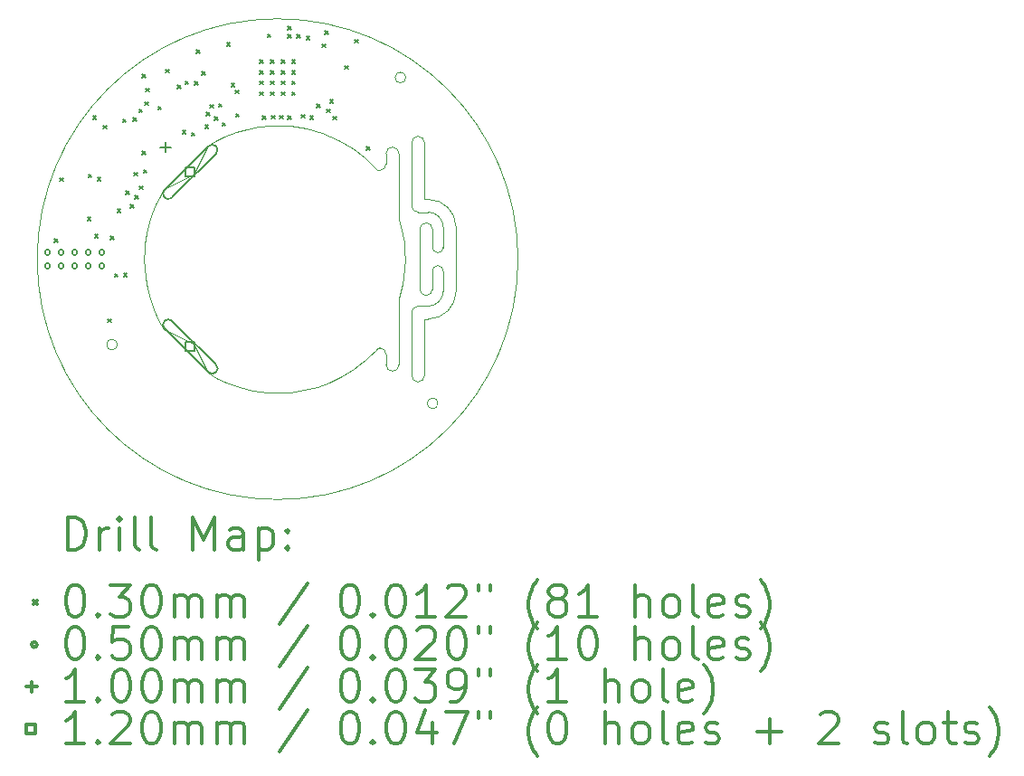
<source format=gbr>
%FSLAX45Y45*%
G04 Gerber Fmt 4.5, Leading zero omitted, Abs format (unit mm)*
G04 Created by KiCad (PCBNEW (2016-05-05 BZR 6775)-product) date 2016 June 06, Monday 00:03:01*
%MOMM*%
%LPD*%
G01*
G04 APERTURE LIST*
%ADD10C,0.127000*%
%ADD11C,0.050000*%
%ADD12C,0.200000*%
%ADD13C,0.300000*%
G04 APERTURE END LIST*
D10*
D11*
X8585000Y-7185000D02*
X8540000Y-7225000D01*
X8645000Y-7125000D02*
X8585000Y-7185000D01*
X8660000Y-7110000D02*
X8645000Y-7125000D01*
X8860000Y-7165000D02*
X8860000Y-7265000D01*
X8740000Y-7165000D02*
X8740000Y-7265000D01*
X8740000Y-5285000D02*
X8740000Y-5385000D01*
X8860000Y-5285000D02*
X8860000Y-5385000D01*
X6935000Y-7065000D02*
X7070000Y-7340000D01*
X6660000Y-6930000D02*
X6935000Y-7065000D01*
X6935000Y-5485000D02*
X7070000Y-5210000D01*
X6660000Y-5620000D02*
X6935000Y-5485000D01*
X8860000Y-5905000D02*
X8860000Y-5875000D01*
X8877500Y-5967500D02*
X8860000Y-5905000D01*
X8895000Y-6042500D02*
X8877500Y-5967500D01*
X8907500Y-6117500D02*
X8895000Y-6042500D01*
X8915000Y-6197500D02*
X8907500Y-6117500D01*
X8917500Y-6275000D02*
X8915000Y-6197500D01*
X8915000Y-6365000D02*
X8917500Y-6275000D01*
X8905000Y-6450000D02*
X8915000Y-6365000D01*
X8895000Y-6510000D02*
X8905000Y-6450000D01*
X8880000Y-6575000D02*
X8895000Y-6510000D01*
X8860000Y-6645000D02*
X8880000Y-6575000D01*
X8860000Y-6675000D02*
X8860000Y-6645000D01*
X8925000Y-4575000D02*
G75*
G03X8925000Y-4575000I-50000J0D01*
G01*
X9225000Y-7625000D02*
G75*
G03X9225000Y-7625000I-50000J0D01*
G01*
X6225000Y-7075000D02*
G75*
G03X6225000Y-7075000I-50000J0D01*
G01*
X9100000Y-6835000D02*
X9100000Y-7365000D01*
X8980000Y-7365000D02*
X8980000Y-6775000D01*
X9100000Y-5715000D02*
X9100000Y-5185000D01*
X8980000Y-5185000D02*
X8980000Y-5775000D01*
X8590000Y-5370000D02*
X8540000Y-5325000D01*
X8645000Y-5430000D02*
X8590000Y-5370000D01*
X8660000Y-5440000D02*
X8645000Y-5430000D01*
X8675000Y-5445000D02*
X8660000Y-5440000D01*
X8680000Y-5445000D02*
X8675000Y-5445000D01*
X8675000Y-7105000D02*
X8660000Y-7110000D01*
X8680000Y-7105000D02*
X8675000Y-7105000D01*
X8740000Y-7165000D02*
G75*
G03X8680000Y-7105000I-60000J0D01*
G01*
X8740000Y-7265000D02*
G75*
G03X8800000Y-7325000I60000J0D01*
G01*
X8680000Y-5445000D02*
G75*
G03X8740000Y-5385000I0J60000D01*
G01*
X8800000Y-5225000D02*
G75*
G03X8740000Y-5285000I0J-60000D01*
G01*
X8525000Y-7235000D02*
X8540000Y-7225000D01*
X8860000Y-6675000D02*
X8860000Y-7165000D01*
X8860000Y-5385000D02*
X8860000Y-5875000D01*
X8860000Y-5285000D02*
G75*
G03X8800000Y-5225000I-60000J0D01*
G01*
X8800000Y-7325000D02*
G75*
G03X8860000Y-7265000I0J60000D01*
G01*
X9175000Y-6385000D02*
X9175000Y-6555000D01*
X9275000Y-6575000D02*
X9275000Y-6385000D01*
X9275000Y-5975000D02*
X9275000Y-6165000D01*
X9175000Y-6165000D02*
X9175000Y-5995000D01*
X9275000Y-6385000D02*
G75*
G03X9225000Y-6335000I-50000J0D01*
G01*
X9225000Y-6335000D02*
G75*
G03X9175000Y-6385000I0J-50000D01*
G01*
X9225000Y-6215000D02*
G75*
G03X9275000Y-6165000I0J50000D01*
G01*
X9175000Y-6165000D02*
G75*
G03X9225000Y-6215000I50000J0D01*
G01*
X9055000Y-5995000D02*
X9055000Y-6555000D01*
X9100000Y-6835000D02*
X9135000Y-6835000D01*
X9040000Y-6715000D02*
X9135000Y-6715000D01*
X9040000Y-5835000D02*
X9135000Y-5835000D01*
X9100000Y-5715000D02*
X9135000Y-5715000D01*
X9395000Y-5975000D02*
X9395000Y-6575000D01*
X9395000Y-5975000D02*
G75*
G03X9135000Y-5715000I-260000J0D01*
G01*
X9135000Y-6835000D02*
G75*
G03X9395000Y-6575000I0J260000D01*
G01*
X9135000Y-6715000D02*
G75*
G03X9275000Y-6575000I0J140000D01*
G01*
X9275000Y-5975000D02*
G75*
G03X9135000Y-5835000I-140000J0D01*
G01*
X9040000Y-7425000D02*
G75*
G03X9100000Y-7365000I0J60000D01*
G01*
X8980000Y-7365000D02*
G75*
G03X9040000Y-7425000I60000J0D01*
G01*
X9040000Y-6715000D02*
G75*
G03X8980000Y-6775000I0J-60000D01*
G01*
X9100000Y-5185000D02*
G75*
G03X9040000Y-5125000I-60000J0D01*
G01*
X9040000Y-5125000D02*
G75*
G03X8980000Y-5185000I0J-60000D01*
G01*
X8980000Y-5775000D02*
G75*
G03X9040000Y-5835000I60000J0D01*
G01*
X9115000Y-6615000D02*
G75*
G03X9175000Y-6555000I0J60000D01*
G01*
X9055000Y-6555000D02*
G75*
G03X9115000Y-6615000I60000J0D01*
G01*
X9175000Y-5995000D02*
G75*
G03X9115000Y-5935000I-60000J0D01*
G01*
X9115000Y-5935000D02*
G75*
G03X9055000Y-5995000I0J-60000D01*
G01*
X6477500Y-6195000D02*
X6475000Y-6275000D01*
X6482500Y-6137500D02*
X6477500Y-6195000D01*
X6497500Y-6037500D02*
X6482500Y-6137500D01*
X6525000Y-5925000D02*
X6497500Y-6037500D01*
X6550000Y-5847500D02*
X6525000Y-5925000D01*
X6585000Y-5760000D02*
X6550000Y-5847500D01*
X6622500Y-5685000D02*
X6585000Y-5760000D01*
X6660000Y-5620000D02*
X6622500Y-5685000D01*
X7140000Y-5170000D02*
X7070000Y-5210000D01*
X7227500Y-5127500D02*
X7140000Y-5170000D01*
X7332500Y-5087500D02*
X7227500Y-5127500D01*
X7440000Y-5057500D02*
X7332500Y-5087500D01*
X7547500Y-5037500D02*
X7440000Y-5057500D01*
X7647500Y-5027500D02*
X7547500Y-5037500D01*
X7725000Y-5025000D02*
X7647500Y-5027500D01*
X6477500Y-6357500D02*
X6475000Y-6275000D01*
X6487500Y-6452500D02*
X6477500Y-6357500D01*
X6505000Y-6547500D02*
X6487500Y-6452500D01*
X6530000Y-6642500D02*
X6505000Y-6547500D01*
X6565000Y-6742500D02*
X6530000Y-6642500D01*
X6612500Y-6845000D02*
X6565000Y-6742500D01*
X6660000Y-6930000D02*
X6612500Y-6845000D01*
X7147500Y-7385000D02*
X7070000Y-7340000D01*
X7247500Y-7430000D02*
X7147500Y-7385000D01*
X7347500Y-7467500D02*
X7247500Y-7430000D01*
X7452500Y-7495000D02*
X7347500Y-7467500D01*
X7547500Y-7512500D02*
X7452500Y-7495000D01*
X7640000Y-7522500D02*
X7547500Y-7512500D01*
X7725000Y-7525000D02*
X7640000Y-7522500D01*
X8440000Y-7300000D02*
X8525000Y-7235000D01*
X8330000Y-7370000D02*
X8440000Y-7300000D01*
X8205000Y-7430000D02*
X8330000Y-7370000D01*
X8095000Y-7470000D02*
X8205000Y-7430000D01*
X7975000Y-7500000D02*
X8095000Y-7470000D01*
X7845000Y-7520000D02*
X7975000Y-7500000D01*
X7725000Y-7525000D02*
X7845000Y-7520000D01*
X8425000Y-5240000D02*
X8540000Y-5325000D01*
X8290000Y-5160000D02*
X8425000Y-5240000D01*
X8140000Y-5095000D02*
X8290000Y-5160000D01*
X8000000Y-5055000D02*
X8140000Y-5095000D01*
X7845000Y-5030000D02*
X8000000Y-5055000D01*
X7725000Y-5025000D02*
X7845000Y-5030000D01*
X9975000Y-6275000D02*
G75*
G03X9975000Y-6275000I-2250000J0D01*
G01*
D12*
X5635000Y-6085000D02*
X5665000Y-6115000D01*
X5665000Y-6085000D02*
X5635000Y-6115000D01*
X5686000Y-5514000D02*
X5716000Y-5544000D01*
X5716000Y-5514000D02*
X5686000Y-5544000D01*
X5947000Y-5885000D02*
X5977000Y-5915000D01*
X5977000Y-5885000D02*
X5947000Y-5915000D01*
X5955000Y-5480000D02*
X5985000Y-5510000D01*
X5985000Y-5480000D02*
X5955000Y-5510000D01*
X5997000Y-4937000D02*
X6027000Y-4967000D01*
X6027000Y-4937000D02*
X5997000Y-4967000D01*
X6012000Y-6043000D02*
X6042000Y-6073000D01*
X6042000Y-6043000D02*
X6012000Y-6073000D01*
X6040000Y-5510000D02*
X6070000Y-5540000D01*
X6070000Y-5510000D02*
X6040000Y-5540000D01*
X6095000Y-5025000D02*
X6125000Y-5055000D01*
X6125000Y-5025000D02*
X6095000Y-5055000D01*
X6135000Y-6835000D02*
X6165000Y-6865000D01*
X6165000Y-6835000D02*
X6135000Y-6865000D01*
X6160000Y-6060000D02*
X6190000Y-6090000D01*
X6190000Y-6060000D02*
X6160000Y-6090000D01*
X6199000Y-6411000D02*
X6229000Y-6441000D01*
X6229000Y-6411000D02*
X6199000Y-6441000D01*
X6226000Y-5809000D02*
X6256000Y-5839000D01*
X6256000Y-5809000D02*
X6226000Y-5839000D01*
X6275000Y-4965000D02*
X6305000Y-4995000D01*
X6305000Y-4965000D02*
X6275000Y-4995000D01*
X6285000Y-6410000D02*
X6315000Y-6440000D01*
X6315000Y-6410000D02*
X6285000Y-6440000D01*
X6305000Y-5636000D02*
X6335000Y-5666000D01*
X6335000Y-5636000D02*
X6305000Y-5666000D01*
X6350000Y-5763000D02*
X6380000Y-5793000D01*
X6380000Y-5763000D02*
X6350000Y-5793000D01*
X6375000Y-4950000D02*
X6405000Y-4980000D01*
X6405000Y-4950000D02*
X6375000Y-4980000D01*
X6382000Y-5464000D02*
X6412000Y-5494000D01*
X6412000Y-5464000D02*
X6382000Y-5494000D01*
X6391000Y-5678000D02*
X6421000Y-5708000D01*
X6421000Y-5678000D02*
X6391000Y-5708000D01*
X6430000Y-4870000D02*
X6460000Y-4900000D01*
X6460000Y-4870000D02*
X6430000Y-4900000D01*
X6433000Y-5592000D02*
X6463000Y-5622000D01*
X6463000Y-5592000D02*
X6433000Y-5622000D01*
X6460000Y-4545000D02*
X6490000Y-4575000D01*
X6490000Y-4545000D02*
X6460000Y-4575000D01*
X6460000Y-5265000D02*
X6490000Y-5295000D01*
X6490000Y-5265000D02*
X6460000Y-5295000D01*
X6469000Y-5439000D02*
X6499000Y-5469000D01*
X6499000Y-5439000D02*
X6469000Y-5469000D01*
X6485000Y-4805000D02*
X6515000Y-4835000D01*
X6515000Y-4805000D02*
X6485000Y-4835000D01*
X6490000Y-4675000D02*
X6520000Y-4705000D01*
X6520000Y-4675000D02*
X6490000Y-4705000D01*
X6605000Y-4845000D02*
X6635000Y-4875000D01*
X6635000Y-4845000D02*
X6605000Y-4875000D01*
X6680000Y-4500000D02*
X6710000Y-4530000D01*
X6710000Y-4500000D02*
X6680000Y-4530000D01*
X6790000Y-4645000D02*
X6820000Y-4675000D01*
X6820000Y-4645000D02*
X6790000Y-4675000D01*
X6835000Y-5070000D02*
X6865000Y-5100000D01*
X6865000Y-5070000D02*
X6835000Y-5100000D01*
X6860000Y-4610000D02*
X6890000Y-4640000D01*
X6890000Y-4610000D02*
X6860000Y-4640000D01*
X6920000Y-5090000D02*
X6950000Y-5120000D01*
X6950000Y-5090000D02*
X6920000Y-5120000D01*
X6950000Y-4615000D02*
X6980000Y-4645000D01*
X6980000Y-4615000D02*
X6950000Y-4645000D01*
X6965000Y-4315000D02*
X6995000Y-4345000D01*
X6995000Y-4315000D02*
X6965000Y-4345000D01*
X7015000Y-4520000D02*
X7045000Y-4550000D01*
X7045000Y-4520000D02*
X7015000Y-4550000D01*
X7046000Y-5021000D02*
X7076000Y-5051000D01*
X7076000Y-5021000D02*
X7046000Y-5051000D01*
X7060000Y-4901000D02*
X7090000Y-4931000D01*
X7090000Y-4901000D02*
X7060000Y-4931000D01*
X7095000Y-4830000D02*
X7125000Y-4860000D01*
X7125000Y-4830000D02*
X7095000Y-4860000D01*
X7137000Y-4944000D02*
X7167000Y-4974000D01*
X7167000Y-4944000D02*
X7137000Y-4974000D01*
X7175000Y-4820000D02*
X7205000Y-4850000D01*
X7205000Y-4820000D02*
X7175000Y-4850000D01*
X7208000Y-4998000D02*
X7238000Y-5028000D01*
X7238000Y-4998000D02*
X7208000Y-5028000D01*
X7250000Y-4250000D02*
X7280000Y-4280000D01*
X7280000Y-4250000D02*
X7250000Y-4280000D01*
X7290000Y-4630000D02*
X7320000Y-4660000D01*
X7320000Y-4630000D02*
X7290000Y-4660000D01*
X7330000Y-4695000D02*
X7360000Y-4725000D01*
X7360000Y-4695000D02*
X7330000Y-4725000D01*
X7335000Y-4915000D02*
X7365000Y-4945000D01*
X7365000Y-4915000D02*
X7335000Y-4945000D01*
X7560000Y-4410000D02*
X7590000Y-4440000D01*
X7590000Y-4410000D02*
X7560000Y-4440000D01*
X7560000Y-4510000D02*
X7590000Y-4540000D01*
X7590000Y-4510000D02*
X7560000Y-4540000D01*
X7560000Y-4610000D02*
X7590000Y-4640000D01*
X7590000Y-4610000D02*
X7560000Y-4640000D01*
X7560000Y-4710000D02*
X7590000Y-4740000D01*
X7590000Y-4710000D02*
X7560000Y-4740000D01*
X7585000Y-4937000D02*
X7615000Y-4967000D01*
X7615000Y-4937000D02*
X7585000Y-4967000D01*
X7629000Y-4167000D02*
X7659000Y-4197000D01*
X7659000Y-4167000D02*
X7629000Y-4197000D01*
X7660000Y-4410000D02*
X7690000Y-4440000D01*
X7690000Y-4410000D02*
X7660000Y-4440000D01*
X7660000Y-4510000D02*
X7690000Y-4540000D01*
X7690000Y-4510000D02*
X7660000Y-4540000D01*
X7660000Y-4610000D02*
X7690000Y-4640000D01*
X7690000Y-4610000D02*
X7660000Y-4640000D01*
X7660000Y-4710000D02*
X7690000Y-4740000D01*
X7690000Y-4710000D02*
X7660000Y-4740000D01*
X7670000Y-4931000D02*
X7700000Y-4961000D01*
X7700000Y-4931000D02*
X7670000Y-4961000D01*
X7746000Y-4931000D02*
X7776000Y-4961000D01*
X7776000Y-4931000D02*
X7746000Y-4961000D01*
X7760000Y-4410000D02*
X7790000Y-4440000D01*
X7790000Y-4410000D02*
X7760000Y-4440000D01*
X7760000Y-4510000D02*
X7790000Y-4540000D01*
X7790000Y-4510000D02*
X7760000Y-4540000D01*
X7760000Y-4610000D02*
X7790000Y-4640000D01*
X7790000Y-4610000D02*
X7760000Y-4640000D01*
X7760000Y-4710000D02*
X7790000Y-4740000D01*
X7790000Y-4710000D02*
X7760000Y-4740000D01*
X7821000Y-4174000D02*
X7851000Y-4204000D01*
X7851000Y-4174000D02*
X7821000Y-4204000D01*
X7822000Y-4097000D02*
X7852000Y-4127000D01*
X7852000Y-4097000D02*
X7822000Y-4127000D01*
X7822000Y-4934000D02*
X7852000Y-4964000D01*
X7852000Y-4934000D02*
X7822000Y-4964000D01*
X7860000Y-4410000D02*
X7890000Y-4440000D01*
X7890000Y-4410000D02*
X7860000Y-4440000D01*
X7860000Y-4510000D02*
X7890000Y-4540000D01*
X7890000Y-4510000D02*
X7860000Y-4540000D01*
X7860000Y-4610000D02*
X7890000Y-4640000D01*
X7890000Y-4610000D02*
X7860000Y-4640000D01*
X7860000Y-4710000D02*
X7890000Y-4740000D01*
X7890000Y-4710000D02*
X7860000Y-4740000D01*
X7905000Y-4172000D02*
X7935000Y-4202000D01*
X7935000Y-4172000D02*
X7905000Y-4202000D01*
X7949000Y-4922000D02*
X7979000Y-4952000D01*
X7979000Y-4922000D02*
X7949000Y-4952000D01*
X7993000Y-4188000D02*
X8023000Y-4218000D01*
X8023000Y-4188000D02*
X7993000Y-4218000D01*
X8027000Y-4936000D02*
X8057000Y-4966000D01*
X8057000Y-4936000D02*
X8027000Y-4966000D01*
X8094000Y-4824000D02*
X8124000Y-4854000D01*
X8124000Y-4824000D02*
X8094000Y-4854000D01*
X8145000Y-4262000D02*
X8175000Y-4292000D01*
X8175000Y-4262000D02*
X8145000Y-4292000D01*
X8168000Y-4138000D02*
X8198000Y-4168000D01*
X8198000Y-4138000D02*
X8168000Y-4168000D01*
X8184000Y-4873000D02*
X8214000Y-4903000D01*
X8214000Y-4873000D02*
X8184000Y-4903000D01*
X8215000Y-4781000D02*
X8245000Y-4811000D01*
X8245000Y-4781000D02*
X8215000Y-4811000D01*
X8245000Y-4940000D02*
X8275000Y-4970000D01*
X8275000Y-4940000D02*
X8245000Y-4970000D01*
X8355000Y-4463000D02*
X8385000Y-4493000D01*
X8385000Y-4463000D02*
X8355000Y-4493000D01*
X8448000Y-4219000D02*
X8478000Y-4249000D01*
X8478000Y-4219000D02*
X8448000Y-4249000D01*
X8557000Y-5223000D02*
X8587000Y-5253000D01*
X8587000Y-5223000D02*
X8557000Y-5253000D01*
X5596000Y-6211500D02*
G75*
G03X5596000Y-6211500I-25000J0D01*
G01*
X5596000Y-6338500D02*
G75*
G03X5596000Y-6338500I-25000J0D01*
G01*
X5723000Y-6211500D02*
G75*
G03X5723000Y-6211500I-25000J0D01*
G01*
X5723000Y-6338500D02*
G75*
G03X5723000Y-6338500I-25000J0D01*
G01*
X5850000Y-6211500D02*
G75*
G03X5850000Y-6211500I-25000J0D01*
G01*
X5850000Y-6338500D02*
G75*
G03X5850000Y-6338500I-25000J0D01*
G01*
X5977000Y-6211500D02*
G75*
G03X5977000Y-6211500I-25000J0D01*
G01*
X5977000Y-6338500D02*
G75*
G03X5977000Y-6338500I-25000J0D01*
G01*
X6104000Y-6211500D02*
G75*
G03X6104000Y-6211500I-25000J0D01*
G01*
X6104000Y-6338500D02*
G75*
G03X6104000Y-6338500I-25000J0D01*
G01*
X6675000Y-5175000D02*
X6675000Y-5275000D01*
X6625000Y-5225000D02*
X6725000Y-5225000D01*
X6949927Y-5499927D02*
X6949927Y-5415073D01*
X6865073Y-5415073D01*
X6865073Y-5499927D01*
X6949927Y-5499927D01*
X7077206Y-5217084D02*
X6667084Y-5627206D01*
X7147916Y-5287794D02*
X6737794Y-5697916D01*
X6667084Y-5627206D02*
G75*
G03X6737794Y-5697916I35355J-35355D01*
G01*
X7147916Y-5287794D02*
G75*
G03X7077206Y-5217084I-35355J35355D01*
G01*
X6949927Y-7134927D02*
X6949927Y-7050073D01*
X6865073Y-7050073D01*
X6865073Y-7134927D01*
X6949927Y-7134927D01*
X6667084Y-6922794D02*
X7077206Y-7332916D01*
X6737794Y-6852084D02*
X7147916Y-7262206D01*
X7077206Y-7332916D02*
G75*
G03X7147916Y-7262206I35355J35355D01*
G01*
X6737794Y-6852084D02*
G75*
G03X6667084Y-6922794I-35355J-35355D01*
G01*
D13*
X5758928Y-8993214D02*
X5758928Y-8693214D01*
X5830357Y-8693214D01*
X5873214Y-8707500D01*
X5901786Y-8736072D01*
X5916071Y-8764643D01*
X5930357Y-8821786D01*
X5930357Y-8864643D01*
X5916071Y-8921786D01*
X5901786Y-8950357D01*
X5873214Y-8978929D01*
X5830357Y-8993214D01*
X5758928Y-8993214D01*
X6058928Y-8993214D02*
X6058928Y-8793214D01*
X6058928Y-8850357D02*
X6073214Y-8821786D01*
X6087500Y-8807500D01*
X6116071Y-8793214D01*
X6144643Y-8793214D01*
X6244643Y-8993214D02*
X6244643Y-8793214D01*
X6244643Y-8693214D02*
X6230357Y-8707500D01*
X6244643Y-8721786D01*
X6258928Y-8707500D01*
X6244643Y-8693214D01*
X6244643Y-8721786D01*
X6430357Y-8993214D02*
X6401786Y-8978929D01*
X6387500Y-8950357D01*
X6387500Y-8693214D01*
X6587500Y-8993214D02*
X6558928Y-8978929D01*
X6544643Y-8950357D01*
X6544643Y-8693214D01*
X6930357Y-8993214D02*
X6930357Y-8693214D01*
X7030357Y-8907500D01*
X7130357Y-8693214D01*
X7130357Y-8993214D01*
X7401786Y-8993214D02*
X7401786Y-8836072D01*
X7387500Y-8807500D01*
X7358928Y-8793214D01*
X7301786Y-8793214D01*
X7273214Y-8807500D01*
X7401786Y-8978929D02*
X7373214Y-8993214D01*
X7301786Y-8993214D01*
X7273214Y-8978929D01*
X7258928Y-8950357D01*
X7258928Y-8921786D01*
X7273214Y-8893214D01*
X7301786Y-8878929D01*
X7373214Y-8878929D01*
X7401786Y-8864643D01*
X7544643Y-8793214D02*
X7544643Y-9093214D01*
X7544643Y-8807500D02*
X7573214Y-8793214D01*
X7630357Y-8793214D01*
X7658928Y-8807500D01*
X7673214Y-8821786D01*
X7687500Y-8850357D01*
X7687500Y-8936072D01*
X7673214Y-8964643D01*
X7658928Y-8978929D01*
X7630357Y-8993214D01*
X7573214Y-8993214D01*
X7544643Y-8978929D01*
X7816071Y-8964643D02*
X7830357Y-8978929D01*
X7816071Y-8993214D01*
X7801786Y-8978929D01*
X7816071Y-8964643D01*
X7816071Y-8993214D01*
X7816071Y-8807500D02*
X7830357Y-8821786D01*
X7816071Y-8836072D01*
X7801786Y-8821786D01*
X7816071Y-8807500D01*
X7816071Y-8836072D01*
X5442500Y-9472500D02*
X5472500Y-9502500D01*
X5472500Y-9472500D02*
X5442500Y-9502500D01*
X5816071Y-9323214D02*
X5844643Y-9323214D01*
X5873214Y-9337500D01*
X5887500Y-9351786D01*
X5901786Y-9380357D01*
X5916071Y-9437500D01*
X5916071Y-9508929D01*
X5901786Y-9566072D01*
X5887500Y-9594643D01*
X5873214Y-9608929D01*
X5844643Y-9623214D01*
X5816071Y-9623214D01*
X5787500Y-9608929D01*
X5773214Y-9594643D01*
X5758928Y-9566072D01*
X5744643Y-9508929D01*
X5744643Y-9437500D01*
X5758928Y-9380357D01*
X5773214Y-9351786D01*
X5787500Y-9337500D01*
X5816071Y-9323214D01*
X6044643Y-9594643D02*
X6058928Y-9608929D01*
X6044643Y-9623214D01*
X6030357Y-9608929D01*
X6044643Y-9594643D01*
X6044643Y-9623214D01*
X6158928Y-9323214D02*
X6344643Y-9323214D01*
X6244643Y-9437500D01*
X6287500Y-9437500D01*
X6316071Y-9451786D01*
X6330357Y-9466072D01*
X6344643Y-9494643D01*
X6344643Y-9566072D01*
X6330357Y-9594643D01*
X6316071Y-9608929D01*
X6287500Y-9623214D01*
X6201786Y-9623214D01*
X6173214Y-9608929D01*
X6158928Y-9594643D01*
X6530357Y-9323214D02*
X6558928Y-9323214D01*
X6587500Y-9337500D01*
X6601786Y-9351786D01*
X6616071Y-9380357D01*
X6630357Y-9437500D01*
X6630357Y-9508929D01*
X6616071Y-9566072D01*
X6601786Y-9594643D01*
X6587500Y-9608929D01*
X6558928Y-9623214D01*
X6530357Y-9623214D01*
X6501786Y-9608929D01*
X6487500Y-9594643D01*
X6473214Y-9566072D01*
X6458928Y-9508929D01*
X6458928Y-9437500D01*
X6473214Y-9380357D01*
X6487500Y-9351786D01*
X6501786Y-9337500D01*
X6530357Y-9323214D01*
X6758928Y-9623214D02*
X6758928Y-9423214D01*
X6758928Y-9451786D02*
X6773214Y-9437500D01*
X6801786Y-9423214D01*
X6844643Y-9423214D01*
X6873214Y-9437500D01*
X6887500Y-9466072D01*
X6887500Y-9623214D01*
X6887500Y-9466072D02*
X6901786Y-9437500D01*
X6930357Y-9423214D01*
X6973214Y-9423214D01*
X7001786Y-9437500D01*
X7016071Y-9466072D01*
X7016071Y-9623214D01*
X7158928Y-9623214D02*
X7158928Y-9423214D01*
X7158928Y-9451786D02*
X7173214Y-9437500D01*
X7201786Y-9423214D01*
X7244643Y-9423214D01*
X7273214Y-9437500D01*
X7287500Y-9466072D01*
X7287500Y-9623214D01*
X7287500Y-9466072D02*
X7301786Y-9437500D01*
X7330357Y-9423214D01*
X7373214Y-9423214D01*
X7401786Y-9437500D01*
X7416071Y-9466072D01*
X7416071Y-9623214D01*
X8001786Y-9308929D02*
X7744643Y-9694643D01*
X8387500Y-9323214D02*
X8416071Y-9323214D01*
X8444643Y-9337500D01*
X8458928Y-9351786D01*
X8473214Y-9380357D01*
X8487500Y-9437500D01*
X8487500Y-9508929D01*
X8473214Y-9566072D01*
X8458928Y-9594643D01*
X8444643Y-9608929D01*
X8416071Y-9623214D01*
X8387500Y-9623214D01*
X8358928Y-9608929D01*
X8344643Y-9594643D01*
X8330357Y-9566072D01*
X8316071Y-9508929D01*
X8316071Y-9437500D01*
X8330357Y-9380357D01*
X8344643Y-9351786D01*
X8358928Y-9337500D01*
X8387500Y-9323214D01*
X8616071Y-9594643D02*
X8630357Y-9608929D01*
X8616071Y-9623214D01*
X8601786Y-9608929D01*
X8616071Y-9594643D01*
X8616071Y-9623214D01*
X8816071Y-9323214D02*
X8844643Y-9323214D01*
X8873214Y-9337500D01*
X8887500Y-9351786D01*
X8901786Y-9380357D01*
X8916071Y-9437500D01*
X8916071Y-9508929D01*
X8901786Y-9566072D01*
X8887500Y-9594643D01*
X8873214Y-9608929D01*
X8844643Y-9623214D01*
X8816071Y-9623214D01*
X8787500Y-9608929D01*
X8773214Y-9594643D01*
X8758928Y-9566072D01*
X8744643Y-9508929D01*
X8744643Y-9437500D01*
X8758928Y-9380357D01*
X8773214Y-9351786D01*
X8787500Y-9337500D01*
X8816071Y-9323214D01*
X9201786Y-9623214D02*
X9030357Y-9623214D01*
X9116071Y-9623214D02*
X9116071Y-9323214D01*
X9087500Y-9366072D01*
X9058928Y-9394643D01*
X9030357Y-9408929D01*
X9316071Y-9351786D02*
X9330357Y-9337500D01*
X9358928Y-9323214D01*
X9430357Y-9323214D01*
X9458928Y-9337500D01*
X9473214Y-9351786D01*
X9487500Y-9380357D01*
X9487500Y-9408929D01*
X9473214Y-9451786D01*
X9301786Y-9623214D01*
X9487500Y-9623214D01*
X9601786Y-9323214D02*
X9601786Y-9380357D01*
X9716071Y-9323214D02*
X9716071Y-9380357D01*
X10158928Y-9737500D02*
X10144643Y-9723214D01*
X10116071Y-9680357D01*
X10101786Y-9651786D01*
X10087500Y-9608929D01*
X10073214Y-9537500D01*
X10073214Y-9480357D01*
X10087500Y-9408929D01*
X10101786Y-9366072D01*
X10116071Y-9337500D01*
X10144643Y-9294643D01*
X10158928Y-9280357D01*
X10316071Y-9451786D02*
X10287500Y-9437500D01*
X10273214Y-9423214D01*
X10258928Y-9394643D01*
X10258928Y-9380357D01*
X10273214Y-9351786D01*
X10287500Y-9337500D01*
X10316071Y-9323214D01*
X10373214Y-9323214D01*
X10401786Y-9337500D01*
X10416071Y-9351786D01*
X10430357Y-9380357D01*
X10430357Y-9394643D01*
X10416071Y-9423214D01*
X10401786Y-9437500D01*
X10373214Y-9451786D01*
X10316071Y-9451786D01*
X10287500Y-9466072D01*
X10273214Y-9480357D01*
X10258928Y-9508929D01*
X10258928Y-9566072D01*
X10273214Y-9594643D01*
X10287500Y-9608929D01*
X10316071Y-9623214D01*
X10373214Y-9623214D01*
X10401786Y-9608929D01*
X10416071Y-9594643D01*
X10430357Y-9566072D01*
X10430357Y-9508929D01*
X10416071Y-9480357D01*
X10401786Y-9466072D01*
X10373214Y-9451786D01*
X10716071Y-9623214D02*
X10544643Y-9623214D01*
X10630357Y-9623214D02*
X10630357Y-9323214D01*
X10601786Y-9366072D01*
X10573214Y-9394643D01*
X10544643Y-9408929D01*
X11073214Y-9623214D02*
X11073214Y-9323214D01*
X11201786Y-9623214D02*
X11201786Y-9466072D01*
X11187500Y-9437500D01*
X11158928Y-9423214D01*
X11116071Y-9423214D01*
X11087500Y-9437500D01*
X11073214Y-9451786D01*
X11387500Y-9623214D02*
X11358928Y-9608929D01*
X11344643Y-9594643D01*
X11330357Y-9566072D01*
X11330357Y-9480357D01*
X11344643Y-9451786D01*
X11358928Y-9437500D01*
X11387500Y-9423214D01*
X11430357Y-9423214D01*
X11458928Y-9437500D01*
X11473214Y-9451786D01*
X11487500Y-9480357D01*
X11487500Y-9566072D01*
X11473214Y-9594643D01*
X11458928Y-9608929D01*
X11430357Y-9623214D01*
X11387500Y-9623214D01*
X11658928Y-9623214D02*
X11630357Y-9608929D01*
X11616071Y-9580357D01*
X11616071Y-9323214D01*
X11887500Y-9608929D02*
X11858928Y-9623214D01*
X11801786Y-9623214D01*
X11773214Y-9608929D01*
X11758928Y-9580357D01*
X11758928Y-9466072D01*
X11773214Y-9437500D01*
X11801786Y-9423214D01*
X11858928Y-9423214D01*
X11887500Y-9437500D01*
X11901786Y-9466072D01*
X11901786Y-9494643D01*
X11758928Y-9523214D01*
X12016071Y-9608929D02*
X12044643Y-9623214D01*
X12101786Y-9623214D01*
X12130357Y-9608929D01*
X12144643Y-9580357D01*
X12144643Y-9566072D01*
X12130357Y-9537500D01*
X12101786Y-9523214D01*
X12058928Y-9523214D01*
X12030357Y-9508929D01*
X12016071Y-9480357D01*
X12016071Y-9466072D01*
X12030357Y-9437500D01*
X12058928Y-9423214D01*
X12101786Y-9423214D01*
X12130357Y-9437500D01*
X12244643Y-9737500D02*
X12258928Y-9723214D01*
X12287500Y-9680357D01*
X12301786Y-9651786D01*
X12316071Y-9608929D01*
X12330357Y-9537500D01*
X12330357Y-9480357D01*
X12316071Y-9408929D01*
X12301786Y-9366072D01*
X12287500Y-9337500D01*
X12258928Y-9294643D01*
X12244643Y-9280357D01*
X5472500Y-9883500D02*
G75*
G03X5472500Y-9883500I-25000J0D01*
G01*
X5816071Y-9719214D02*
X5844643Y-9719214D01*
X5873214Y-9733500D01*
X5887500Y-9747786D01*
X5901786Y-9776357D01*
X5916071Y-9833500D01*
X5916071Y-9904929D01*
X5901786Y-9962072D01*
X5887500Y-9990643D01*
X5873214Y-10004929D01*
X5844643Y-10019214D01*
X5816071Y-10019214D01*
X5787500Y-10004929D01*
X5773214Y-9990643D01*
X5758928Y-9962072D01*
X5744643Y-9904929D01*
X5744643Y-9833500D01*
X5758928Y-9776357D01*
X5773214Y-9747786D01*
X5787500Y-9733500D01*
X5816071Y-9719214D01*
X6044643Y-9990643D02*
X6058928Y-10004929D01*
X6044643Y-10019214D01*
X6030357Y-10004929D01*
X6044643Y-9990643D01*
X6044643Y-10019214D01*
X6330357Y-9719214D02*
X6187500Y-9719214D01*
X6173214Y-9862072D01*
X6187500Y-9847786D01*
X6216071Y-9833500D01*
X6287500Y-9833500D01*
X6316071Y-9847786D01*
X6330357Y-9862072D01*
X6344643Y-9890643D01*
X6344643Y-9962072D01*
X6330357Y-9990643D01*
X6316071Y-10004929D01*
X6287500Y-10019214D01*
X6216071Y-10019214D01*
X6187500Y-10004929D01*
X6173214Y-9990643D01*
X6530357Y-9719214D02*
X6558928Y-9719214D01*
X6587500Y-9733500D01*
X6601786Y-9747786D01*
X6616071Y-9776357D01*
X6630357Y-9833500D01*
X6630357Y-9904929D01*
X6616071Y-9962072D01*
X6601786Y-9990643D01*
X6587500Y-10004929D01*
X6558928Y-10019214D01*
X6530357Y-10019214D01*
X6501786Y-10004929D01*
X6487500Y-9990643D01*
X6473214Y-9962072D01*
X6458928Y-9904929D01*
X6458928Y-9833500D01*
X6473214Y-9776357D01*
X6487500Y-9747786D01*
X6501786Y-9733500D01*
X6530357Y-9719214D01*
X6758928Y-10019214D02*
X6758928Y-9819214D01*
X6758928Y-9847786D02*
X6773214Y-9833500D01*
X6801786Y-9819214D01*
X6844643Y-9819214D01*
X6873214Y-9833500D01*
X6887500Y-9862072D01*
X6887500Y-10019214D01*
X6887500Y-9862072D02*
X6901786Y-9833500D01*
X6930357Y-9819214D01*
X6973214Y-9819214D01*
X7001786Y-9833500D01*
X7016071Y-9862072D01*
X7016071Y-10019214D01*
X7158928Y-10019214D02*
X7158928Y-9819214D01*
X7158928Y-9847786D02*
X7173214Y-9833500D01*
X7201786Y-9819214D01*
X7244643Y-9819214D01*
X7273214Y-9833500D01*
X7287500Y-9862072D01*
X7287500Y-10019214D01*
X7287500Y-9862072D02*
X7301786Y-9833500D01*
X7330357Y-9819214D01*
X7373214Y-9819214D01*
X7401786Y-9833500D01*
X7416071Y-9862072D01*
X7416071Y-10019214D01*
X8001786Y-9704929D02*
X7744643Y-10090643D01*
X8387500Y-9719214D02*
X8416071Y-9719214D01*
X8444643Y-9733500D01*
X8458928Y-9747786D01*
X8473214Y-9776357D01*
X8487500Y-9833500D01*
X8487500Y-9904929D01*
X8473214Y-9962072D01*
X8458928Y-9990643D01*
X8444643Y-10004929D01*
X8416071Y-10019214D01*
X8387500Y-10019214D01*
X8358928Y-10004929D01*
X8344643Y-9990643D01*
X8330357Y-9962072D01*
X8316071Y-9904929D01*
X8316071Y-9833500D01*
X8330357Y-9776357D01*
X8344643Y-9747786D01*
X8358928Y-9733500D01*
X8387500Y-9719214D01*
X8616071Y-9990643D02*
X8630357Y-10004929D01*
X8616071Y-10019214D01*
X8601786Y-10004929D01*
X8616071Y-9990643D01*
X8616071Y-10019214D01*
X8816071Y-9719214D02*
X8844643Y-9719214D01*
X8873214Y-9733500D01*
X8887500Y-9747786D01*
X8901786Y-9776357D01*
X8916071Y-9833500D01*
X8916071Y-9904929D01*
X8901786Y-9962072D01*
X8887500Y-9990643D01*
X8873214Y-10004929D01*
X8844643Y-10019214D01*
X8816071Y-10019214D01*
X8787500Y-10004929D01*
X8773214Y-9990643D01*
X8758928Y-9962072D01*
X8744643Y-9904929D01*
X8744643Y-9833500D01*
X8758928Y-9776357D01*
X8773214Y-9747786D01*
X8787500Y-9733500D01*
X8816071Y-9719214D01*
X9030357Y-9747786D02*
X9044643Y-9733500D01*
X9073214Y-9719214D01*
X9144643Y-9719214D01*
X9173214Y-9733500D01*
X9187500Y-9747786D01*
X9201786Y-9776357D01*
X9201786Y-9804929D01*
X9187500Y-9847786D01*
X9016071Y-10019214D01*
X9201786Y-10019214D01*
X9387500Y-9719214D02*
X9416071Y-9719214D01*
X9444643Y-9733500D01*
X9458928Y-9747786D01*
X9473214Y-9776357D01*
X9487500Y-9833500D01*
X9487500Y-9904929D01*
X9473214Y-9962072D01*
X9458928Y-9990643D01*
X9444643Y-10004929D01*
X9416071Y-10019214D01*
X9387500Y-10019214D01*
X9358928Y-10004929D01*
X9344643Y-9990643D01*
X9330357Y-9962072D01*
X9316071Y-9904929D01*
X9316071Y-9833500D01*
X9330357Y-9776357D01*
X9344643Y-9747786D01*
X9358928Y-9733500D01*
X9387500Y-9719214D01*
X9601786Y-9719214D02*
X9601786Y-9776357D01*
X9716071Y-9719214D02*
X9716071Y-9776357D01*
X10158928Y-10133500D02*
X10144643Y-10119214D01*
X10116071Y-10076357D01*
X10101786Y-10047786D01*
X10087500Y-10004929D01*
X10073214Y-9933500D01*
X10073214Y-9876357D01*
X10087500Y-9804929D01*
X10101786Y-9762072D01*
X10116071Y-9733500D01*
X10144643Y-9690643D01*
X10158928Y-9676357D01*
X10430357Y-10019214D02*
X10258928Y-10019214D01*
X10344643Y-10019214D02*
X10344643Y-9719214D01*
X10316071Y-9762072D01*
X10287500Y-9790643D01*
X10258928Y-9804929D01*
X10616071Y-9719214D02*
X10644643Y-9719214D01*
X10673214Y-9733500D01*
X10687500Y-9747786D01*
X10701786Y-9776357D01*
X10716071Y-9833500D01*
X10716071Y-9904929D01*
X10701786Y-9962072D01*
X10687500Y-9990643D01*
X10673214Y-10004929D01*
X10644643Y-10019214D01*
X10616071Y-10019214D01*
X10587500Y-10004929D01*
X10573214Y-9990643D01*
X10558928Y-9962072D01*
X10544643Y-9904929D01*
X10544643Y-9833500D01*
X10558928Y-9776357D01*
X10573214Y-9747786D01*
X10587500Y-9733500D01*
X10616071Y-9719214D01*
X11073214Y-10019214D02*
X11073214Y-9719214D01*
X11201786Y-10019214D02*
X11201786Y-9862072D01*
X11187500Y-9833500D01*
X11158928Y-9819214D01*
X11116071Y-9819214D01*
X11087500Y-9833500D01*
X11073214Y-9847786D01*
X11387500Y-10019214D02*
X11358928Y-10004929D01*
X11344643Y-9990643D01*
X11330357Y-9962072D01*
X11330357Y-9876357D01*
X11344643Y-9847786D01*
X11358928Y-9833500D01*
X11387500Y-9819214D01*
X11430357Y-9819214D01*
X11458928Y-9833500D01*
X11473214Y-9847786D01*
X11487500Y-9876357D01*
X11487500Y-9962072D01*
X11473214Y-9990643D01*
X11458928Y-10004929D01*
X11430357Y-10019214D01*
X11387500Y-10019214D01*
X11658928Y-10019214D02*
X11630357Y-10004929D01*
X11616071Y-9976357D01*
X11616071Y-9719214D01*
X11887500Y-10004929D02*
X11858928Y-10019214D01*
X11801786Y-10019214D01*
X11773214Y-10004929D01*
X11758928Y-9976357D01*
X11758928Y-9862072D01*
X11773214Y-9833500D01*
X11801786Y-9819214D01*
X11858928Y-9819214D01*
X11887500Y-9833500D01*
X11901786Y-9862072D01*
X11901786Y-9890643D01*
X11758928Y-9919214D01*
X12016071Y-10004929D02*
X12044643Y-10019214D01*
X12101786Y-10019214D01*
X12130357Y-10004929D01*
X12144643Y-9976357D01*
X12144643Y-9962072D01*
X12130357Y-9933500D01*
X12101786Y-9919214D01*
X12058928Y-9919214D01*
X12030357Y-9904929D01*
X12016071Y-9876357D01*
X12016071Y-9862072D01*
X12030357Y-9833500D01*
X12058928Y-9819214D01*
X12101786Y-9819214D01*
X12130357Y-9833500D01*
X12244643Y-10133500D02*
X12258928Y-10119214D01*
X12287500Y-10076357D01*
X12301786Y-10047786D01*
X12316071Y-10004929D01*
X12330357Y-9933500D01*
X12330357Y-9876357D01*
X12316071Y-9804929D01*
X12301786Y-9762072D01*
X12287500Y-9733500D01*
X12258928Y-9690643D01*
X12244643Y-9676357D01*
X5422500Y-10229500D02*
X5422500Y-10329500D01*
X5372500Y-10279500D02*
X5472500Y-10279500D01*
X5916071Y-10415214D02*
X5744643Y-10415214D01*
X5830357Y-10415214D02*
X5830357Y-10115214D01*
X5801786Y-10158072D01*
X5773214Y-10186643D01*
X5744643Y-10200929D01*
X6044643Y-10386643D02*
X6058928Y-10400929D01*
X6044643Y-10415214D01*
X6030357Y-10400929D01*
X6044643Y-10386643D01*
X6044643Y-10415214D01*
X6244643Y-10115214D02*
X6273214Y-10115214D01*
X6301786Y-10129500D01*
X6316071Y-10143786D01*
X6330357Y-10172357D01*
X6344643Y-10229500D01*
X6344643Y-10300929D01*
X6330357Y-10358072D01*
X6316071Y-10386643D01*
X6301786Y-10400929D01*
X6273214Y-10415214D01*
X6244643Y-10415214D01*
X6216071Y-10400929D01*
X6201786Y-10386643D01*
X6187500Y-10358072D01*
X6173214Y-10300929D01*
X6173214Y-10229500D01*
X6187500Y-10172357D01*
X6201786Y-10143786D01*
X6216071Y-10129500D01*
X6244643Y-10115214D01*
X6530357Y-10115214D02*
X6558928Y-10115214D01*
X6587500Y-10129500D01*
X6601786Y-10143786D01*
X6616071Y-10172357D01*
X6630357Y-10229500D01*
X6630357Y-10300929D01*
X6616071Y-10358072D01*
X6601786Y-10386643D01*
X6587500Y-10400929D01*
X6558928Y-10415214D01*
X6530357Y-10415214D01*
X6501786Y-10400929D01*
X6487500Y-10386643D01*
X6473214Y-10358072D01*
X6458928Y-10300929D01*
X6458928Y-10229500D01*
X6473214Y-10172357D01*
X6487500Y-10143786D01*
X6501786Y-10129500D01*
X6530357Y-10115214D01*
X6758928Y-10415214D02*
X6758928Y-10215214D01*
X6758928Y-10243786D02*
X6773214Y-10229500D01*
X6801786Y-10215214D01*
X6844643Y-10215214D01*
X6873214Y-10229500D01*
X6887500Y-10258072D01*
X6887500Y-10415214D01*
X6887500Y-10258072D02*
X6901786Y-10229500D01*
X6930357Y-10215214D01*
X6973214Y-10215214D01*
X7001786Y-10229500D01*
X7016071Y-10258072D01*
X7016071Y-10415214D01*
X7158928Y-10415214D02*
X7158928Y-10215214D01*
X7158928Y-10243786D02*
X7173214Y-10229500D01*
X7201786Y-10215214D01*
X7244643Y-10215214D01*
X7273214Y-10229500D01*
X7287500Y-10258072D01*
X7287500Y-10415214D01*
X7287500Y-10258072D02*
X7301786Y-10229500D01*
X7330357Y-10215214D01*
X7373214Y-10215214D01*
X7401786Y-10229500D01*
X7416071Y-10258072D01*
X7416071Y-10415214D01*
X8001786Y-10100929D02*
X7744643Y-10486643D01*
X8387500Y-10115214D02*
X8416071Y-10115214D01*
X8444643Y-10129500D01*
X8458928Y-10143786D01*
X8473214Y-10172357D01*
X8487500Y-10229500D01*
X8487500Y-10300929D01*
X8473214Y-10358072D01*
X8458928Y-10386643D01*
X8444643Y-10400929D01*
X8416071Y-10415214D01*
X8387500Y-10415214D01*
X8358928Y-10400929D01*
X8344643Y-10386643D01*
X8330357Y-10358072D01*
X8316071Y-10300929D01*
X8316071Y-10229500D01*
X8330357Y-10172357D01*
X8344643Y-10143786D01*
X8358928Y-10129500D01*
X8387500Y-10115214D01*
X8616071Y-10386643D02*
X8630357Y-10400929D01*
X8616071Y-10415214D01*
X8601786Y-10400929D01*
X8616071Y-10386643D01*
X8616071Y-10415214D01*
X8816071Y-10115214D02*
X8844643Y-10115214D01*
X8873214Y-10129500D01*
X8887500Y-10143786D01*
X8901786Y-10172357D01*
X8916071Y-10229500D01*
X8916071Y-10300929D01*
X8901786Y-10358072D01*
X8887500Y-10386643D01*
X8873214Y-10400929D01*
X8844643Y-10415214D01*
X8816071Y-10415214D01*
X8787500Y-10400929D01*
X8773214Y-10386643D01*
X8758928Y-10358072D01*
X8744643Y-10300929D01*
X8744643Y-10229500D01*
X8758928Y-10172357D01*
X8773214Y-10143786D01*
X8787500Y-10129500D01*
X8816071Y-10115214D01*
X9016071Y-10115214D02*
X9201786Y-10115214D01*
X9101786Y-10229500D01*
X9144643Y-10229500D01*
X9173214Y-10243786D01*
X9187500Y-10258072D01*
X9201786Y-10286643D01*
X9201786Y-10358072D01*
X9187500Y-10386643D01*
X9173214Y-10400929D01*
X9144643Y-10415214D01*
X9058928Y-10415214D01*
X9030357Y-10400929D01*
X9016071Y-10386643D01*
X9344643Y-10415214D02*
X9401786Y-10415214D01*
X9430357Y-10400929D01*
X9444643Y-10386643D01*
X9473214Y-10343786D01*
X9487500Y-10286643D01*
X9487500Y-10172357D01*
X9473214Y-10143786D01*
X9458928Y-10129500D01*
X9430357Y-10115214D01*
X9373214Y-10115214D01*
X9344643Y-10129500D01*
X9330357Y-10143786D01*
X9316071Y-10172357D01*
X9316071Y-10243786D01*
X9330357Y-10272357D01*
X9344643Y-10286643D01*
X9373214Y-10300929D01*
X9430357Y-10300929D01*
X9458928Y-10286643D01*
X9473214Y-10272357D01*
X9487500Y-10243786D01*
X9601786Y-10115214D02*
X9601786Y-10172357D01*
X9716071Y-10115214D02*
X9716071Y-10172357D01*
X10158928Y-10529500D02*
X10144643Y-10515214D01*
X10116071Y-10472357D01*
X10101786Y-10443786D01*
X10087500Y-10400929D01*
X10073214Y-10329500D01*
X10073214Y-10272357D01*
X10087500Y-10200929D01*
X10101786Y-10158072D01*
X10116071Y-10129500D01*
X10144643Y-10086643D01*
X10158928Y-10072357D01*
X10430357Y-10415214D02*
X10258928Y-10415214D01*
X10344643Y-10415214D02*
X10344643Y-10115214D01*
X10316071Y-10158072D01*
X10287500Y-10186643D01*
X10258928Y-10200929D01*
X10787500Y-10415214D02*
X10787500Y-10115214D01*
X10916071Y-10415214D02*
X10916071Y-10258072D01*
X10901786Y-10229500D01*
X10873214Y-10215214D01*
X10830357Y-10215214D01*
X10801786Y-10229500D01*
X10787500Y-10243786D01*
X11101786Y-10415214D02*
X11073214Y-10400929D01*
X11058928Y-10386643D01*
X11044643Y-10358072D01*
X11044643Y-10272357D01*
X11058928Y-10243786D01*
X11073214Y-10229500D01*
X11101786Y-10215214D01*
X11144643Y-10215214D01*
X11173214Y-10229500D01*
X11187500Y-10243786D01*
X11201786Y-10272357D01*
X11201786Y-10358072D01*
X11187500Y-10386643D01*
X11173214Y-10400929D01*
X11144643Y-10415214D01*
X11101786Y-10415214D01*
X11373214Y-10415214D02*
X11344643Y-10400929D01*
X11330357Y-10372357D01*
X11330357Y-10115214D01*
X11601786Y-10400929D02*
X11573214Y-10415214D01*
X11516071Y-10415214D01*
X11487500Y-10400929D01*
X11473214Y-10372357D01*
X11473214Y-10258072D01*
X11487500Y-10229500D01*
X11516071Y-10215214D01*
X11573214Y-10215214D01*
X11601786Y-10229500D01*
X11616071Y-10258072D01*
X11616071Y-10286643D01*
X11473214Y-10315214D01*
X11716071Y-10529500D02*
X11730357Y-10515214D01*
X11758928Y-10472357D01*
X11773214Y-10443786D01*
X11787500Y-10400929D01*
X11801786Y-10329500D01*
X11801786Y-10272357D01*
X11787500Y-10200929D01*
X11773214Y-10158072D01*
X11758928Y-10129500D01*
X11730357Y-10086643D01*
X11716071Y-10072357D01*
X5454927Y-10717927D02*
X5454927Y-10633073D01*
X5370073Y-10633073D01*
X5370073Y-10717927D01*
X5454927Y-10717927D01*
X5916071Y-10811214D02*
X5744643Y-10811214D01*
X5830357Y-10811214D02*
X5830357Y-10511214D01*
X5801786Y-10554072D01*
X5773214Y-10582643D01*
X5744643Y-10596929D01*
X6044643Y-10782643D02*
X6058928Y-10796929D01*
X6044643Y-10811214D01*
X6030357Y-10796929D01*
X6044643Y-10782643D01*
X6044643Y-10811214D01*
X6173214Y-10539786D02*
X6187500Y-10525500D01*
X6216071Y-10511214D01*
X6287500Y-10511214D01*
X6316071Y-10525500D01*
X6330357Y-10539786D01*
X6344643Y-10568357D01*
X6344643Y-10596929D01*
X6330357Y-10639786D01*
X6158928Y-10811214D01*
X6344643Y-10811214D01*
X6530357Y-10511214D02*
X6558928Y-10511214D01*
X6587500Y-10525500D01*
X6601786Y-10539786D01*
X6616071Y-10568357D01*
X6630357Y-10625500D01*
X6630357Y-10696929D01*
X6616071Y-10754072D01*
X6601786Y-10782643D01*
X6587500Y-10796929D01*
X6558928Y-10811214D01*
X6530357Y-10811214D01*
X6501786Y-10796929D01*
X6487500Y-10782643D01*
X6473214Y-10754072D01*
X6458928Y-10696929D01*
X6458928Y-10625500D01*
X6473214Y-10568357D01*
X6487500Y-10539786D01*
X6501786Y-10525500D01*
X6530357Y-10511214D01*
X6758928Y-10811214D02*
X6758928Y-10611214D01*
X6758928Y-10639786D02*
X6773214Y-10625500D01*
X6801786Y-10611214D01*
X6844643Y-10611214D01*
X6873214Y-10625500D01*
X6887500Y-10654072D01*
X6887500Y-10811214D01*
X6887500Y-10654072D02*
X6901786Y-10625500D01*
X6930357Y-10611214D01*
X6973214Y-10611214D01*
X7001786Y-10625500D01*
X7016071Y-10654072D01*
X7016071Y-10811214D01*
X7158928Y-10811214D02*
X7158928Y-10611214D01*
X7158928Y-10639786D02*
X7173214Y-10625500D01*
X7201786Y-10611214D01*
X7244643Y-10611214D01*
X7273214Y-10625500D01*
X7287500Y-10654072D01*
X7287500Y-10811214D01*
X7287500Y-10654072D02*
X7301786Y-10625500D01*
X7330357Y-10611214D01*
X7373214Y-10611214D01*
X7401786Y-10625500D01*
X7416071Y-10654072D01*
X7416071Y-10811214D01*
X8001786Y-10496929D02*
X7744643Y-10882643D01*
X8387500Y-10511214D02*
X8416071Y-10511214D01*
X8444643Y-10525500D01*
X8458928Y-10539786D01*
X8473214Y-10568357D01*
X8487500Y-10625500D01*
X8487500Y-10696929D01*
X8473214Y-10754072D01*
X8458928Y-10782643D01*
X8444643Y-10796929D01*
X8416071Y-10811214D01*
X8387500Y-10811214D01*
X8358928Y-10796929D01*
X8344643Y-10782643D01*
X8330357Y-10754072D01*
X8316071Y-10696929D01*
X8316071Y-10625500D01*
X8330357Y-10568357D01*
X8344643Y-10539786D01*
X8358928Y-10525500D01*
X8387500Y-10511214D01*
X8616071Y-10782643D02*
X8630357Y-10796929D01*
X8616071Y-10811214D01*
X8601786Y-10796929D01*
X8616071Y-10782643D01*
X8616071Y-10811214D01*
X8816071Y-10511214D02*
X8844643Y-10511214D01*
X8873214Y-10525500D01*
X8887500Y-10539786D01*
X8901786Y-10568357D01*
X8916071Y-10625500D01*
X8916071Y-10696929D01*
X8901786Y-10754072D01*
X8887500Y-10782643D01*
X8873214Y-10796929D01*
X8844643Y-10811214D01*
X8816071Y-10811214D01*
X8787500Y-10796929D01*
X8773214Y-10782643D01*
X8758928Y-10754072D01*
X8744643Y-10696929D01*
X8744643Y-10625500D01*
X8758928Y-10568357D01*
X8773214Y-10539786D01*
X8787500Y-10525500D01*
X8816071Y-10511214D01*
X9173214Y-10611214D02*
X9173214Y-10811214D01*
X9101786Y-10496929D02*
X9030357Y-10711214D01*
X9216071Y-10711214D01*
X9301786Y-10511214D02*
X9501786Y-10511214D01*
X9373214Y-10811214D01*
X9601786Y-10511214D02*
X9601786Y-10568357D01*
X9716071Y-10511214D02*
X9716071Y-10568357D01*
X10158928Y-10925500D02*
X10144643Y-10911214D01*
X10116071Y-10868357D01*
X10101786Y-10839786D01*
X10087500Y-10796929D01*
X10073214Y-10725500D01*
X10073214Y-10668357D01*
X10087500Y-10596929D01*
X10101786Y-10554072D01*
X10116071Y-10525500D01*
X10144643Y-10482643D01*
X10158928Y-10468357D01*
X10330357Y-10511214D02*
X10358928Y-10511214D01*
X10387500Y-10525500D01*
X10401786Y-10539786D01*
X10416071Y-10568357D01*
X10430357Y-10625500D01*
X10430357Y-10696929D01*
X10416071Y-10754072D01*
X10401786Y-10782643D01*
X10387500Y-10796929D01*
X10358928Y-10811214D01*
X10330357Y-10811214D01*
X10301786Y-10796929D01*
X10287500Y-10782643D01*
X10273214Y-10754072D01*
X10258928Y-10696929D01*
X10258928Y-10625500D01*
X10273214Y-10568357D01*
X10287500Y-10539786D01*
X10301786Y-10525500D01*
X10330357Y-10511214D01*
X10787500Y-10811214D02*
X10787500Y-10511214D01*
X10916071Y-10811214D02*
X10916071Y-10654072D01*
X10901786Y-10625500D01*
X10873214Y-10611214D01*
X10830357Y-10611214D01*
X10801786Y-10625500D01*
X10787500Y-10639786D01*
X11101786Y-10811214D02*
X11073214Y-10796929D01*
X11058928Y-10782643D01*
X11044643Y-10754072D01*
X11044643Y-10668357D01*
X11058928Y-10639786D01*
X11073214Y-10625500D01*
X11101786Y-10611214D01*
X11144643Y-10611214D01*
X11173214Y-10625500D01*
X11187500Y-10639786D01*
X11201786Y-10668357D01*
X11201786Y-10754072D01*
X11187500Y-10782643D01*
X11173214Y-10796929D01*
X11144643Y-10811214D01*
X11101786Y-10811214D01*
X11373214Y-10811214D02*
X11344643Y-10796929D01*
X11330357Y-10768357D01*
X11330357Y-10511214D01*
X11601786Y-10796929D02*
X11573214Y-10811214D01*
X11516071Y-10811214D01*
X11487500Y-10796929D01*
X11473214Y-10768357D01*
X11473214Y-10654072D01*
X11487500Y-10625500D01*
X11516071Y-10611214D01*
X11573214Y-10611214D01*
X11601786Y-10625500D01*
X11616071Y-10654072D01*
X11616071Y-10682643D01*
X11473214Y-10711214D01*
X11730357Y-10796929D02*
X11758928Y-10811214D01*
X11816071Y-10811214D01*
X11844643Y-10796929D01*
X11858928Y-10768357D01*
X11858928Y-10754072D01*
X11844643Y-10725500D01*
X11816071Y-10711214D01*
X11773214Y-10711214D01*
X11744643Y-10696929D01*
X11730357Y-10668357D01*
X11730357Y-10654072D01*
X11744643Y-10625500D01*
X11773214Y-10611214D01*
X11816071Y-10611214D01*
X11844643Y-10625500D01*
X12216071Y-10696929D02*
X12444643Y-10696929D01*
X12330357Y-10811214D02*
X12330357Y-10582643D01*
X12801786Y-10539786D02*
X12816071Y-10525500D01*
X12844643Y-10511214D01*
X12916071Y-10511214D01*
X12944643Y-10525500D01*
X12958928Y-10539786D01*
X12973214Y-10568357D01*
X12973214Y-10596929D01*
X12958928Y-10639786D01*
X12787500Y-10811214D01*
X12973214Y-10811214D01*
X13316071Y-10796929D02*
X13344643Y-10811214D01*
X13401786Y-10811214D01*
X13430357Y-10796929D01*
X13444643Y-10768357D01*
X13444643Y-10754072D01*
X13430357Y-10725500D01*
X13401786Y-10711214D01*
X13358928Y-10711214D01*
X13330357Y-10696929D01*
X13316071Y-10668357D01*
X13316071Y-10654072D01*
X13330357Y-10625500D01*
X13358928Y-10611214D01*
X13401786Y-10611214D01*
X13430357Y-10625500D01*
X13616071Y-10811214D02*
X13587500Y-10796929D01*
X13573214Y-10768357D01*
X13573214Y-10511214D01*
X13773214Y-10811214D02*
X13744643Y-10796929D01*
X13730357Y-10782643D01*
X13716071Y-10754072D01*
X13716071Y-10668357D01*
X13730357Y-10639786D01*
X13744643Y-10625500D01*
X13773214Y-10611214D01*
X13816071Y-10611214D01*
X13844643Y-10625500D01*
X13858928Y-10639786D01*
X13873214Y-10668357D01*
X13873214Y-10754072D01*
X13858928Y-10782643D01*
X13844643Y-10796929D01*
X13816071Y-10811214D01*
X13773214Y-10811214D01*
X13958928Y-10611214D02*
X14073214Y-10611214D01*
X14001786Y-10511214D02*
X14001786Y-10768357D01*
X14016071Y-10796929D01*
X14044643Y-10811214D01*
X14073214Y-10811214D01*
X14158928Y-10796929D02*
X14187500Y-10811214D01*
X14244643Y-10811214D01*
X14273214Y-10796929D01*
X14287500Y-10768357D01*
X14287500Y-10754072D01*
X14273214Y-10725500D01*
X14244643Y-10711214D01*
X14201786Y-10711214D01*
X14173214Y-10696929D01*
X14158928Y-10668357D01*
X14158928Y-10654072D01*
X14173214Y-10625500D01*
X14201786Y-10611214D01*
X14244643Y-10611214D01*
X14273214Y-10625500D01*
X14387500Y-10925500D02*
X14401786Y-10911214D01*
X14430357Y-10868357D01*
X14444643Y-10839786D01*
X14458928Y-10796929D01*
X14473214Y-10725500D01*
X14473214Y-10668357D01*
X14458928Y-10596929D01*
X14444643Y-10554072D01*
X14430357Y-10525500D01*
X14401786Y-10482643D01*
X14387500Y-10468357D01*
M02*

</source>
